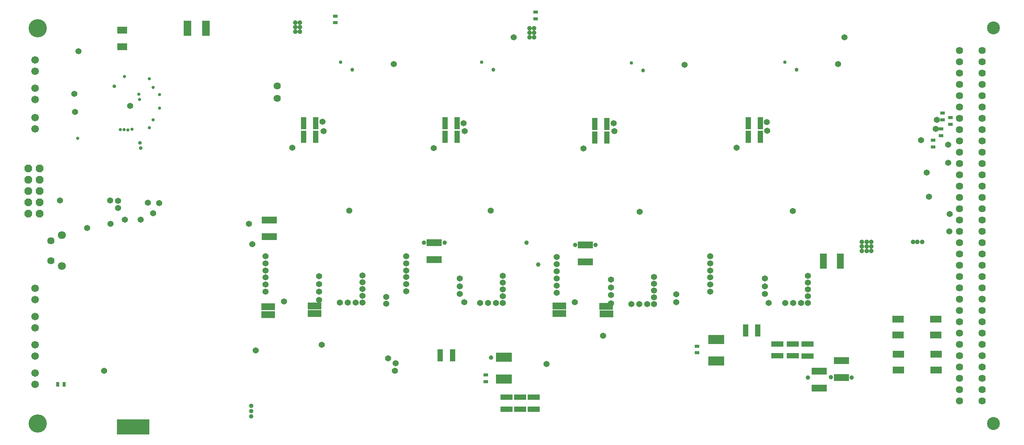
<source format=gbr>
%FSTAX23Y23*%
%MOIN*%
%SFA1B1*%

%IPPOS*%
%AMD142*
4,1,8,-0.033000,0.016500,-0.033000,-0.016500,-0.016500,-0.033000,0.016500,-0.033000,0.033000,-0.016500,0.033000,0.016500,0.016500,0.033000,-0.016500,0.033000,-0.033000,0.016500,0.0*
%
%ADD94R,0.288188X0.134252*%
%ADD96R,0.122110X0.064000*%
%ADD98R,0.059118X0.133921*%
%ADD99R,0.133921X0.059118*%
%ADD100R,0.047307X0.106362*%
%ADD104R,0.031559X0.039433*%
%ADD109R,0.039433X0.031559*%
%ADD129R,0.106362X0.047307*%
%ADD130R,0.141795X0.082740*%
%ADD133R,0.102425X0.063055*%
%ADD138C,0.161480*%
%ADD139C,0.064000*%
%ADD140C,0.114236*%
%ADD141C,0.064000*%
G04~CAMADD=142~4~0.0~0.0~660.0~660.0~0.0~165.0~0~0.0~0.0~0.0~0.0~0~0.0~0.0~0.0~0.0~0~0.0~0.0~0.0~90.0~660.0~660.0*
%ADD142D142*%
%ADD143C,0.066992*%
%ADD144C,0.070929*%
%ADD145C,0.039433*%
%ADD146C,0.054000*%
%ADD147C,0.034000*%
%ADD148C,0.030457*%
%ADD149C,0.029000*%
%ADD150C,0.031559*%
%ADD151C,0.041401*%
%ADD152R,0.065023X0.133921*%
%ADD153R,0.089827X0.063842*%
%LNlv1_soldermask_bot-1*%
%LPD*%
G54D94*
X01848Y00584D03*
G54D96*
X03043Y01578D03*
Y01645D03*
X03452Y01586D03*
X05614D03*
Y01653D03*
X06031Y01582D03*
X03452Y01653D03*
X06027Y01649D03*
G54D98*
X08097Y0205D03*
X07948D03*
G54D99*
X07911Y00927D03*
Y01076D03*
X08107Y0102D03*
Y01169D03*
X0305Y02414D03*
Y02265D03*
X05846Y02193D03*
Y02044D03*
X04507Y02212D03*
Y02062D03*
G54D100*
X07368Y01437D03*
X07262D03*
X07284Y0315D03*
X0739D03*
X07284Y0327D03*
X0739D03*
X05928Y03144D03*
X06034D03*
X05928Y03264D03*
X06034D03*
X04605Y03149D03*
X04711D03*
X04605Y03269D03*
X04711D03*
X0467Y01218D03*
X04563D03*
X03356Y0327D03*
X03463D03*
X03356Y0315D03*
X03463D03*
G54D104*
X01239Y0096D03*
X0118D03*
G54D109*
X03634Y04159D03*
Y04218D03*
X05405Y04193D03*
Y04252D03*
X04964Y00983D03*
Y01042D03*
X08919Y0306D03*
Y03119D03*
X08989Y0316D03*
Y03219D03*
X0907Y0326D03*
Y03319D03*
X09Y03359D03*
Y033D03*
X06832Y01239D03*
Y01298D03*
G54D129*
X07679Y01318D03*
Y01212D03*
X07809Y01315D03*
Y01209D03*
X0754Y01318D03*
Y01212D03*
X05387Y00846D03*
Y0074D03*
X05269Y00847D03*
Y0074D03*
X05147Y00846D03*
Y0074D03*
G54D130*
X05124Y012D03*
Y01007D03*
X07002Y01165D03*
Y01358D03*
G54D133*
X08943Y01536D03*
X08608Y01398D03*
Y01536D03*
X08943Y01398D03*
X08944Y01225D03*
X0861Y01087D03*
Y01225D03*
X08944Y01087D03*
G54D138*
X01006Y00612D03*
Y04111D03*
G54D139*
X0312Y036D03*
Y0349D03*
G54D140*
X0945Y00612D03*
Y04112D03*
G54D141*
X0915Y00812D03*
Y00912D03*
Y01012D03*
Y01112D03*
Y01212D03*
Y01312D03*
Y01412D03*
Y01512D03*
Y01612D03*
Y01712D03*
Y01812D03*
Y01912D03*
Y02012D03*
Y02112D03*
Y02212D03*
Y02312D03*
Y02412D03*
Y02512D03*
Y02612D03*
Y02712D03*
Y02812D03*
Y02912D03*
Y03012D03*
Y03112D03*
Y03212D03*
Y03312D03*
Y03412D03*
Y03512D03*
Y03612D03*
Y03712D03*
Y03812D03*
Y03912D03*
X0935Y00812D03*
Y00912D03*
Y01012D03*
Y01112D03*
Y01212D03*
Y01312D03*
Y01412D03*
Y01512D03*
Y01612D03*
Y01712D03*
Y01812D03*
Y01912D03*
Y02012D03*
Y02112D03*
Y02212D03*
Y02312D03*
Y02412D03*
Y02512D03*
Y02612D03*
Y02712D03*
Y02812D03*
Y02912D03*
Y03012D03*
Y03112D03*
Y03212D03*
Y03312D03*
Y03412D03*
Y03512D03*
Y03612D03*
Y03712D03*
Y03812D03*
Y03912D03*
X0112Y02231D03*
Y02054D03*
G54D142*
X0102Y0247D03*
X0092D03*
X0102Y0257D03*
X0092D03*
X0102Y0267D03*
X0092D03*
Y0277D03*
X0102D03*
Y0287D03*
X0092D03*
G54D143*
X00981Y0096D03*
Y0106D03*
Y0121D03*
Y0131D03*
Y0146D03*
Y0156D03*
Y0171D03*
Y0181D03*
Y0348D03*
Y0358D03*
Y0322D03*
Y0332D03*
Y0383D03*
Y0373D03*
G54D144*
X01219Y02005D03*
Y02281D03*
G54D145*
X02892Y00677D03*
X02891Y00724D03*
X02891Y00771D03*
X07812Y01019D03*
X08015Y01023D03*
X08199Y01021D03*
X05325Y02214D03*
X05011Y01195D03*
X05935Y02192D03*
X05756Y02194D03*
X05429Y02021D03*
X046Y02212D03*
X04418Y02214D03*
G54D146*
X05056Y0168D03*
X05116Y0186D03*
Y0192D03*
X04736Y01897D03*
X04775Y01688D03*
X04916Y0168D03*
X04986D03*
X05116Y018D03*
Y0174D03*
Y0168D03*
X08077Y03793D03*
X07183Y03053D03*
X06721Y03787D03*
X05827Y03046D03*
X04504Y03051D03*
X01715Y0252D03*
X02026Y02473D03*
X01914Y02418D03*
X01775Y02415D03*
X01648Y02381D03*
X01646Y02585D03*
X0182Y03423D03*
X02079Y02563D03*
X01202Y02586D03*
X01714Y02584D03*
X01366Y03905D03*
X0144Y02343D03*
X01978Y02568D03*
X0353Y032D03*
X0287Y0238D03*
X029Y022D03*
X03255Y03052D03*
X0415Y03793D03*
X041Y0119D03*
X0293Y0126D03*
X055Y0114D03*
X0416Y0108D03*
X0159D03*
X09062Y02312D03*
X09065Y02465D03*
X0905Y0292D03*
Y0308D03*
X0888Y0262D03*
X0894Y03219D03*
X0881Y03119D03*
X0895Y033D03*
X01334Y0337D03*
X01329Y0353D03*
X05212Y04029D03*
X08136D03*
X04736Y01759D03*
Y01826D03*
X03759Y02496D03*
X04169Y01145D03*
X03515Y0131D03*
X04086Y01732D03*
Y01673D03*
X03181Y01692D03*
X03875Y01683D03*
Y01743D03*
Y01803D03*
X03745Y01683D03*
X03675D03*
X03875Y01923D03*
Y01863D03*
X03815Y01683D03*
X03492Y01846D03*
Y01779D03*
Y01708D03*
Y01917D03*
X05008Y02495D03*
X04778Y03199D03*
X06101D03*
X07452Y03203D03*
X04263Y02094D03*
Y02031D03*
Y01968D03*
Y01909D03*
Y01846D03*
Y01783D03*
X03019Y02094D03*
Y02031D03*
Y01968D03*
Y01905D03*
Y01842D03*
Y01779D03*
X0559Y01771D03*
Y01834D03*
Y01897D03*
Y0196D03*
Y02023D03*
Y02086D03*
X06948Y02094D03*
Y02031D03*
Y01968D03*
Y01905D03*
Y01842D03*
Y01779D03*
X06326Y02488D03*
X07677Y02492D03*
X06072Y01816D03*
Y01749D03*
X06452Y01669D03*
Y01729D03*
Y01789D03*
X06322Y01669D03*
X06252D03*
X06072Y01678D03*
Y01887D03*
X06452Y01909D03*
Y01849D03*
X06392Y01669D03*
X07751Y01681D03*
X07811Y01861D03*
Y01921D03*
X07431Y01898D03*
X07464Y01681D03*
X07611Y01681D03*
X07681D03*
X07811Y01801D03*
Y01741D03*
Y01681D03*
X07431Y01761D03*
Y01828D03*
X06003Y01389D03*
X06649Y01755D03*
Y01685D03*
X05751Y01688D03*
X03523Y03283D03*
X04767Y03271D03*
X06094D03*
X07448Y03279D03*
X08862Y02832D03*
G54D147*
X07711Y03743D03*
X06355Y03737D03*
X05032Y03742D03*
X03784Y03743D03*
G54D148*
X07607Y0381D03*
X06251Y03804D03*
X04928Y03809D03*
X0368Y0381D03*
G54D149*
X01358Y03137D03*
X02082Y03404D03*
X0208Y03524D03*
X02025Y03588D03*
X01773Y03684D03*
X01991Y03664D03*
X02026Y03299D03*
X01992Y03229D03*
X01801Y03209D03*
X01768Y03212D03*
X01734Y03214D03*
X01837Y03216D03*
X01899Y03525D03*
X01906Y03481D03*
G54D150*
X01682Y03595D03*
X01914Y03051D03*
X01907Y03095D03*
G54D151*
X08289Y0222D03*
Y0218D03*
X08289Y02139D03*
X0833Y0222D03*
Y0218D03*
X0833Y02139D03*
X0837D03*
X0837Y0218D03*
Y0222D03*
X0882D03*
X08779D03*
X0874D03*
X0535Y0403D03*
Y0411D03*
Y0407D03*
X0539Y0411D03*
Y0407D03*
Y0403D03*
X0332Y0416D03*
Y0412D03*
Y0408D03*
X0328D03*
Y0412D03*
Y0416D03*
G54D152*
X02492Y0411D03*
X02327D03*
G54D153*
X0175Y03947D03*
Y04092D03*
M02*
</source>
